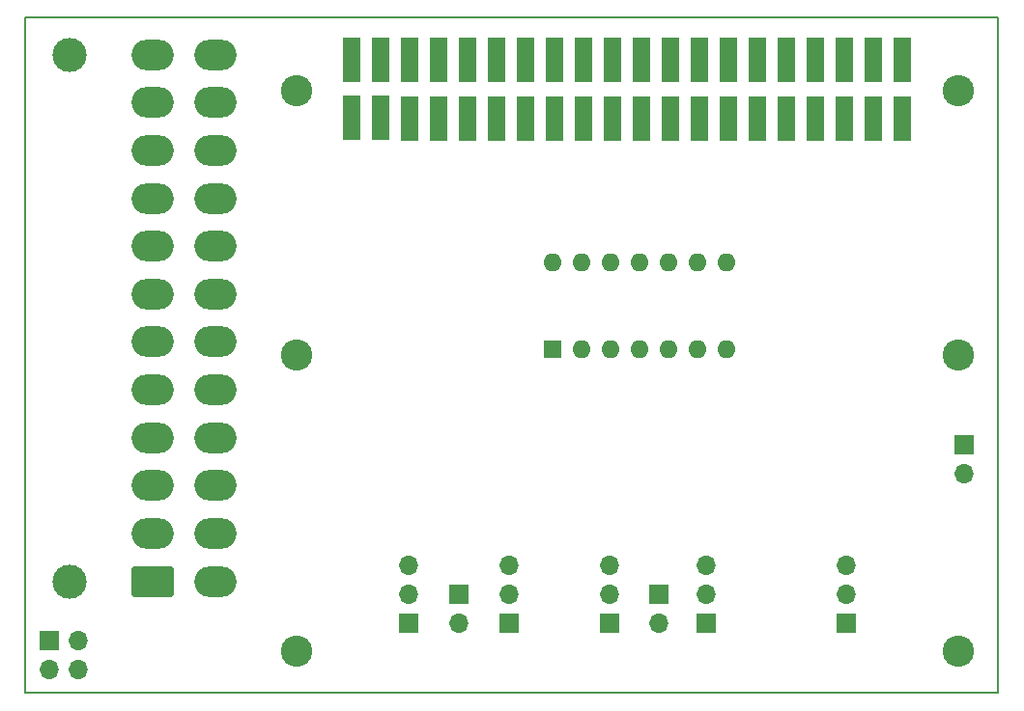
<source format=gbs>
G04 #@! TF.GenerationSoftware,KiCad,Pcbnew,(7.0.0-0)*
G04 #@! TF.CreationDate,2023-03-06T18:31:28+00:00*
G04 #@! TF.ProjectId,AuxBoard,41757842-6f61-4726-942e-6b696361645f,rev?*
G04 #@! TF.SameCoordinates,Original*
G04 #@! TF.FileFunction,Soldermask,Bot*
G04 #@! TF.FilePolarity,Negative*
%FSLAX46Y46*%
G04 Gerber Fmt 4.6, Leading zero omitted, Abs format (unit mm)*
G04 Created by KiCad (PCBNEW (7.0.0-0)) date 2023-03-06 18:31:28*
%MOMM*%
%LPD*%
G01*
G04 APERTURE LIST*
G04 Aperture macros list*
%AMRoundRect*
0 Rectangle with rounded corners*
0 $1 Rounding radius*
0 $2 $3 $4 $5 $6 $7 $8 $9 X,Y pos of 4 corners*
0 Add a 4 corners polygon primitive as box body*
4,1,4,$2,$3,$4,$5,$6,$7,$8,$9,$2,$3,0*
0 Add four circle primitives for the rounded corners*
1,1,$1+$1,$2,$3*
1,1,$1+$1,$4,$5*
1,1,$1+$1,$6,$7*
1,1,$1+$1,$8,$9*
0 Add four rect primitives between the rounded corners*
20,1,$1+$1,$2,$3,$4,$5,0*
20,1,$1+$1,$4,$5,$6,$7,0*
20,1,$1+$1,$6,$7,$8,$9,0*
20,1,$1+$1,$8,$9,$2,$3,0*%
G04 Aperture macros list end*
%ADD10C,3.000000*%
%ADD11RoundRect,0.250001X1.599999X-1.099999X1.599999X1.099999X-1.599999X1.099999X-1.599999X-1.099999X0*%
%ADD12O,3.700000X2.700000*%
%ADD13C,2.750000*%
%ADD14R,1.600000X1.600000*%
%ADD15O,1.600000X1.600000*%
%ADD16R,1.700000X1.700000*%
%ADD17O,1.700000X1.700000*%
%ADD18R,1.500000X4.000000*%
G04 #@! TA.AperFunction,Profile*
%ADD19C,0.200000*%
G04 #@! TD*
G04 APERTURE END LIST*
D10*
X108625000Y-99200000D03*
X108625000Y-53000000D03*
D11*
X115925000Y-99200000D03*
D12*
X115924999Y-94999999D03*
X115924999Y-90799999D03*
X115924999Y-86599999D03*
X115924999Y-82399999D03*
X115924999Y-78199999D03*
X115924999Y-73999999D03*
X115924999Y-69799999D03*
X115924999Y-65599999D03*
X115924999Y-61399999D03*
X115924999Y-57199999D03*
X115924999Y-52999999D03*
X121424999Y-99199999D03*
X121424999Y-94999999D03*
X121424999Y-90799999D03*
X121424999Y-86599999D03*
X121424999Y-82399999D03*
X121424999Y-78199999D03*
X121424999Y-73999999D03*
X121424999Y-69799999D03*
X121424999Y-65599999D03*
X121424999Y-61399999D03*
X121424999Y-57199999D03*
X121424999Y-52999999D03*
D13*
X128500000Y-79375000D03*
D14*
X150974999Y-78799999D03*
D15*
X153514999Y-78799999D03*
X156054999Y-78799999D03*
X158594999Y-78799999D03*
X161134999Y-78799999D03*
X163674999Y-78799999D03*
X166214999Y-78799999D03*
X166214999Y-71179999D03*
X163674999Y-71179999D03*
X161134999Y-71179999D03*
X158594999Y-71179999D03*
X156054999Y-71179999D03*
X153514999Y-71179999D03*
X150974999Y-71179999D03*
D16*
X176674999Y-102839999D03*
D17*
X176674999Y-100299999D03*
X176674999Y-97759999D03*
D16*
X138299999Y-102839999D03*
D17*
X138299999Y-100299999D03*
X138299999Y-97759999D03*
D16*
X142762499Y-100339999D03*
D17*
X142762499Y-102879999D03*
D16*
X155974999Y-102839999D03*
D17*
X155974999Y-100299999D03*
X155974999Y-97759999D03*
D16*
X160224999Y-100339999D03*
D17*
X160224999Y-102879999D03*
D16*
X147124999Y-102839999D03*
D17*
X147124999Y-100299999D03*
X147124999Y-97759999D03*
D13*
X128500000Y-105375000D03*
X186500000Y-105375000D03*
X128500000Y-56125000D03*
X186500000Y-79375000D03*
D16*
X164374999Y-102839999D03*
D17*
X164374999Y-100299999D03*
X164374999Y-97759999D03*
D16*
X187024999Y-87249999D03*
D17*
X187024999Y-89789999D03*
D13*
X186500000Y-56125000D03*
D16*
X106799999Y-104399999D03*
D17*
X109339999Y-104399999D03*
X106799999Y-106939999D03*
X109339999Y-106939999D03*
D18*
X133369999Y-53429999D03*
X133369999Y-58539999D03*
X135909999Y-53429999D03*
X135909999Y-58539999D03*
X138449999Y-53429999D03*
X138449999Y-58569999D03*
X140989999Y-53429999D03*
X140989999Y-58569999D03*
X143529999Y-53429999D03*
X143529999Y-58569999D03*
X146069999Y-53429999D03*
X146069999Y-58569999D03*
X148609999Y-53429999D03*
X148609999Y-58569999D03*
X151149999Y-53429999D03*
X151149999Y-58569999D03*
X153689999Y-53429999D03*
X153689999Y-58569999D03*
X156229999Y-53429999D03*
X156229999Y-58569999D03*
X158769999Y-53429999D03*
X158769999Y-58569999D03*
X161309999Y-53429999D03*
X161309999Y-58569999D03*
X163849999Y-53429999D03*
X163849999Y-58569999D03*
X166389999Y-53429999D03*
X166389999Y-58569999D03*
X168929999Y-53429999D03*
X168929999Y-58569999D03*
X171469999Y-53429999D03*
X171469999Y-58569999D03*
X174009999Y-53429999D03*
X174009999Y-58569999D03*
X176549999Y-53429999D03*
X176549999Y-58569999D03*
X179089999Y-53429999D03*
X179089999Y-58569999D03*
X181629999Y-53429999D03*
X181629999Y-58569999D03*
D19*
X104750000Y-49750000D02*
X190000000Y-49750000D01*
X190000000Y-49750000D02*
X190000000Y-109000000D01*
X190000000Y-109000000D02*
X104750000Y-109000000D01*
X104750000Y-109000000D02*
X104750000Y-49750000D01*
M02*

</source>
